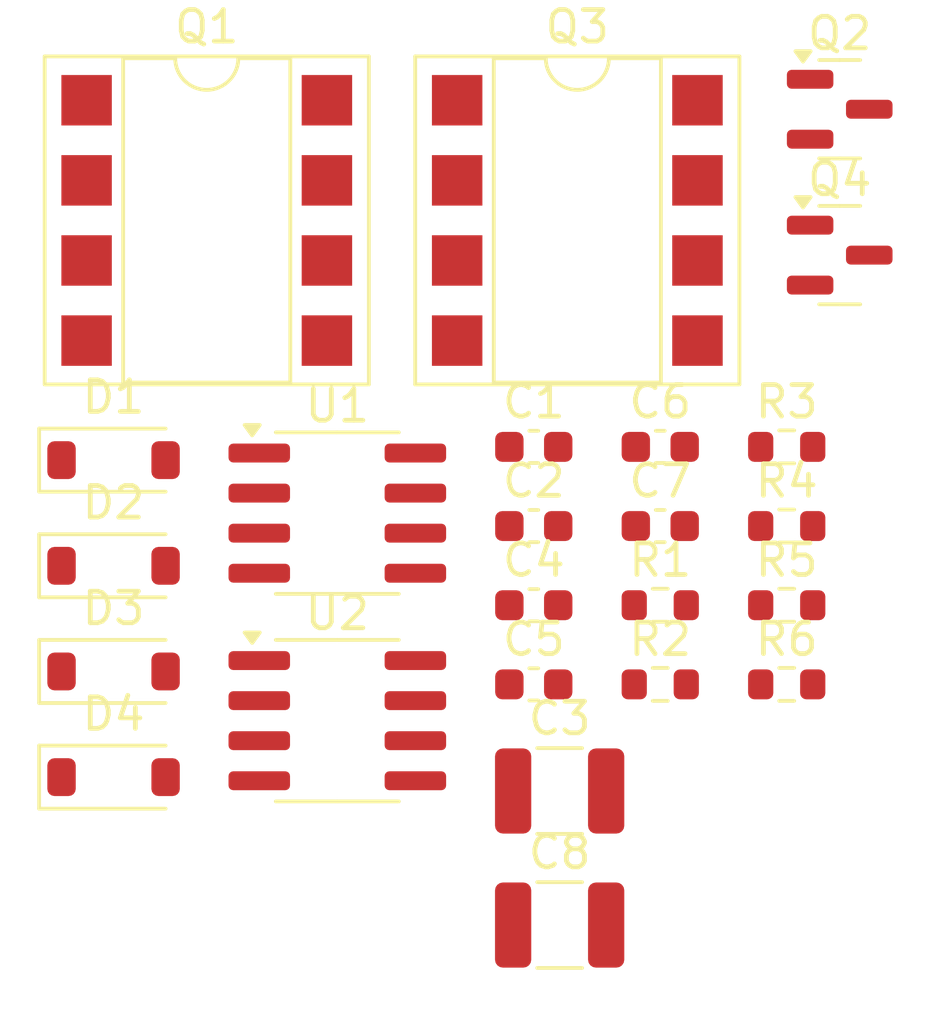
<source format=kicad_pcb>
(kicad_pcb (version 20240108) (generator "pcbnew") (generator_version "8.0")
  (layers (0 "F.Cu" signal) (31 "B.Cu" signal) (34 "B.Paste" user) (35 "F.Paste" user) (36 "B.SilkS" user "B.Silkscreen") (37 "F.SilkS" user "F.Silkscreen") (38 "B.Mask" user) (39 "F.Mask" user) (44 "Edge.Cuts" user))
  (net 0 "")
  (net 1 "Net-(D1-A)")
  (net 2 "Net-(D1-K)")
  (net 3 "Net-(D2-A)")
  (net 4 "Net-(D2-K)")
  (net 5 "Net-(Q1-S)")
  (net 6 "+5V")
  (net 7 "GND")
  (net 8 "Net-(U1-CV)")
  (net 9 "Net-(Q3-S)")
  (net 10 "Net-(U2-CV)")
  (net 11 "Net-(D3-A)")
  (net 12 "Net-(D3-K)")
  (net 13 "Net-(D4-A)")
  (net 14 "Net-(D4-K)")
  (net 15 "ctrl_fan0")
  (net 16 "en_fan0")
  (net 17 "fan0_pwm")
  (net 18 "Net-(Q2-D)")
  (net 19 "ctrl_fan1")
  (net 20 "Net-(Q4-D)")
  (net 21 "fan1_pwm")
  (net 22 "en_fan1")
  (footprint "Capacitor_SMD:C_1210_3225Metric" (layer "F.Cu") (at 137.475 114.63)
    (property "Reference" "C8" (at 0 -2.3 0) (layer "F.SilkS"))
    (property "Value" "2.2u")
    (fp_line (start -0.711252 -1.36) (end 0.711252 -1.36) (stroke (width 0.12)) (layer "F.SilkS"))
    (fp_line (start -0.711252 1.36) (end 0.711252 1.36) (stroke (width 0.12)) (layer "F.SilkS"))
    (pad "1" smd roundrect (at -1.475 0) (size 1.15 2.7) (layers "F.Cu" "F.Paste" "F.Mask") (roundrect_rratio 0.217391) (net 6 "+5V"))
    (pad "2" smd roundrect (at 1.475 0) (size 1.15 2.7) (layers "F.Cu" "F.Paste" "F.Mask") (roundrect_rratio 0.217391) (net 7 "GND"))
  )
  (footprint "Capacitor_SMD:C_0603_1608Metric" (layer "F.Cu") (at 140.665 99.47)
    (property "Reference" "C6" (at 0 -1.43 0) (layer "F.SilkS"))
    (property "Value" "100n")
    (fp_line (start -0.14058 -0.51) (end 0.14058 -0.51) (stroke (width 0.12)) (layer "F.SilkS"))
    (fp_line (start -0.14058 0.51) (end 0.14058 0.51) (stroke (width 0.12)) (layer "F.SilkS"))
    (pad "1" smd roundrect (at -0.775 0) (size 0.9 0.95) (layers "F.Cu" "F.Paste" "F.Mask") (net 10 "Net-(U2-CV)"))
    (pad "2" smd roundrect (at 0.775 0) (size 0.9 0.95) (layers "F.Cu" "F.Paste" "F.Mask") (net 7 "GND"))
  )
  (footprint "Resistor_SMD:R_0603_1608Metric" (layer "F.Cu") (at 140.665 107)
    (property "Reference" "R2" (at 0 -1.43 0) (layer "F.SilkS"))
    (property "Value" "1k")
    (fp_line (start -0.237258 -0.5225) (end 0.237258 -0.5225) (stroke (width 0.12)) (layer "F.SilkS"))
    (fp_line (start -0.237258 0.5225) (end 0.237258 0.5225) (stroke (width 0.12)) (layer "F.SilkS"))
    (pad "1" smd roundrect (at -0.825 0) (size 0.8 0.95) (layers "F.Cu" "F.Paste" "F.Mask") (net 3 "Net-(D2-A)"))
    (pad "2" smd roundrect (at 0.825 0) (size 0.8 0.95) (layers "F.Cu" "F.Paste" "F.Mask") (net 2 "Net-(D1-K)"))
  )
  (footprint "Package_SO:SOIC-8_3.9x4.9mm_P1.27mm" (layer "F.Cu") (at 130.425 108.15)
    (property "Reference" "U2" (at 0 -3.4 0) (layer "F.SilkS"))
    (property "Value" "NE555D")
    (fp_line (start 0 -2.56) (end -1.95 -2.56) (stroke (width 0.12)) (layer "F.SilkS"))
    (fp_line (start 0 -2.56) (end 1.95 -2.56) (stroke (width 0.12)) (layer "F.SilkS"))
    (fp_line (start 0 2.56) (end -1.95 2.56) (stroke (width 0.12)) (layer "F.SilkS"))
    (fp_line (start 0 2.56) (end 1.95 2.56) (stroke (width 0.12)) (layer "F.SilkS"))
    (fp_poly (pts (xy -2.7 -2.465) (xy -2.94 -2.795) (xy -2.46 -2.795) (xy -2.7 -2.465)) (stroke (width 0.12)) (fill solid) (layer "F.SilkS"))
    (pad "1" smd roundrect (at -2.475 -1.905) (size 1.95 0.6) (layers "F.Cu" "F.Paste" "F.Mask") (net 7 "GND"))
    (pad "2" smd roundrect (at -2.475 -0.635) (size 1.95 0.6) (layers "F.Cu" "F.Paste" "F.Mask") (net 9 "Net-(Q3-S)"))
    (pad "3" smd roundrect (at -2.475 0.635) (size 1.95 0.6) (layers "F.Cu" "F.Paste" "F.Mask") (net 20 "Net-(Q4-D)"))
    (pad "4" smd roundrect (at -2.475 1.905) (size 1.95 0.6) (layers "F.Cu" "F.Paste" "F.Mask") (net 6 "+5V"))
    (pad "5" smd roundrect (at 2.475 1.905) (size 1.95 0.6) (layers "F.Cu" "F.Paste" "F.Mask") (net 10 "Net-(U2-CV)"))
    (pad "6" smd roundrect (at 2.475 0.635) (size 1.95 0.6) (layers "F.Cu" "F.Paste" "F.Mask") (net 9 "Net-(Q3-S)"))
    (pad "7" smd roundrect (at 2.475 -0.635) (size 1.95 0.6) (layers "F.Cu" "F.Paste" "F.Mask") (net 11 "Net-(D3-A)"))
    (pad "8" smd roundrect (at 2.475 -1.905) (size 1.95 0.6) (layers "F.Cu" "F.Paste" "F.Mask") (net 6 "+5V"))
  )
  (footprint "Capacitor_SMD:C_0603_1608Metric" (layer "F.Cu") (at 136.655 99.47)
    (property "Reference" "C1" (at 0 -1.43 0) (layer "F.SilkS"))
    (property "Value" "100n")
    (fp_line (start -0.14058 -0.51) (end 0.14058 -0.51) (stroke (width 0.12)) (layer "F.SilkS"))
    (fp_line (start -0.14058 0.51) (end 0.14058 0.51) (stroke (width 0.12)) (layer "F.SilkS"))
    (pad "1" smd roundrect (at -0.775 0) (size 0.9 0.95) (layers "F.Cu" "F.Paste" "F.Mask") (net 6 "+5V"))
    (pad "2" smd roundrect (at 0.775 0) (size 0.9 0.95) (layers "F.Cu" "F.Paste" "F.Mask") (net 7 "GND"))
  )
  (footprint "Resistor_SMD:R_0603_1608Metric" (layer "F.Cu") (at 144.675 101.98)
    (property "Reference" "R4" (at 0 -1.43 0) (layer "F.SilkS"))
    (property "Value" "1k")
    (fp_line (start -0.237258 -0.5225) (end 0.237258 -0.5225) (stroke (width 0.12)) (layer "F.SilkS"))
    (fp_line (start -0.237258 0.5225) (end 0.237258 0.5225) (stroke (width 0.12)) (layer "F.SilkS"))
    (pad "1" smd roundrect (at -0.825 0) (size 0.8 0.95) (layers "F.Cu" "F.Paste" "F.Mask") (net 6 "+5V"))
    (pad "2" smd roundrect (at 0.825 0) (size 0.8 0.95) (layers "F.Cu" "F.Paste" "F.Mask") (net 11 "Net-(D3-A)"))
  )
  (footprint "Package_TO_SOT_SMD:SOT-23" (layer "F.Cu") (at 146.355 93.39)
    (property "Reference" "Q4" (at 0 -2.4 0) (layer "F.SilkS"))
    (property "Value" "BSS138")
    (fp_line (start 0 -1.56) (end -0.65 -1.56) (stroke (width 0.12)) (layer "F.SilkS"))
    (fp_line (start 0 -1.56) (end 0.65 -1.56) (stroke (width 0.12)) (layer "F.SilkS"))
    (fp_line (start 0 1.56) (end -0.65 1.56) (stroke (width 0.12)) (layer "F.SilkS"))
    (fp_line (start 0 1.56) (end 0.65 1.56) (stroke (width 0.12)) (layer "F.SilkS"))
    (fp_poly (pts (xy -1.1625 -1.51) (xy -1.4025 -1.84) (xy -0.9225 -1.84) (xy -1.1625 -1.51)) (stroke (width 0.12)) (fill solid) (layer "F.SilkS"))
    (pad "1" smd roundrect (at -0.9375 -0.95) (size 1.475 0.6) (layers "F.Cu" "F.Paste" "F.Mask") (net 22 "en_fan1"))
    (pad "2" smd roundrect (at -0.9375 0.95) (size 1.475 0.6) (layers "F.Cu" "F.Paste" "F.Mask") (net 21 "fan1_pwm"))
    (pad "3" smd roundrect (at 0.9375 0) (size 1.475 0.6) (layers "F.Cu" "F.Paste" "F.Mask") (net 20 "Net-(Q4-D)"))
  )
  (footprint "Capacitor_SMD:C_0603_1608Metric" (layer "F.Cu") (at 140.665 101.98)
    (property "Reference" "C7" (at 0 -1.43 0) (layer "F.SilkS"))
    (property "Value" "100n")
    (fp_line (start -0.14058 -0.51) (end 0.14058 -0.51) (stroke (width 0.12)) (layer "F.SilkS"))
    (fp_line (start -0.14058 0.51) (end 0.14058 0.51) (stroke (width 0.12)) (layer "F.SilkS"))
    (pad "1" smd roundrect (at -0.775 0) (size 0.9 0.95) (layers "F.Cu" "F.Paste" "F.Mask") (net 6 "+5V"))
    (pad "2" smd roundrect (at 0.775 0) (size 0.9 0.95) (layers "F.Cu" "F.Paste" "F.Mask") (net 7 "GND"))
  )
  (footprint "Package_DIP:DIP-8_W7.62mm_SMDSocket_SmallPads" (layer "F.Cu") (at 138.035 92.29)
    (property "Reference" "Q3" (at 0 -6.14 0) (layer "F.SilkS"))
    (property "Value" "2N3819")
    (fp_line (start -5.14 -5.2) (end -5.14 5.2) (stroke (width 0.12)) (layer "F.SilkS"))
    (fp_line (start -5.14 5.2) (end 5.14 5.2) (stroke (width 0.12)) (layer "F.SilkS"))
    (fp_line (start -2.65 -5.14) (end -2.65 5.14) (stroke (width 0.12)) (layer "F.SilkS"))
    (fp_line (start -2.65 5.14) (end 2.65 5.14) (stroke (width 0.12)) (layer "F.SilkS"))
    (fp_line (start -1 -5.14) (end -2.65 -5.14) (stroke (width 0.12)) (layer "F.SilkS"))
    (fp_line (start 2.65 -5.14) (end 1 -5.14) (stroke (width 0.12)) (layer "F.SilkS"))
    (fp_line (start 2.65 5.14) (end 2.65 -5.14) (stroke (width 0.12)) (layer "F.SilkS"))
    (fp_line (start 5.14 -5.2) (end -5.14 -5.2) (stroke (width 0.12)) (layer "F.SilkS"))
    (fp_line (start 5.14 5.2) (end 5.14 -5.2) (stroke (width 0.12)) (layer "F.SilkS"))
    (fp_arc (start 1 -5.14) (mid 0 -4.14) (end -1 -5.14) (stroke (width 0.12)) (layer "F.SilkS"))
    (pad "1" smd rect (at -3.81 -3.81) (size 1.6 1.6) (layers "F.Cu" "F.Paste" "F.Mask") (net 12 "Net-(D3-K)"))
    (pad "2" smd rect (at -3.81 -1.27) (size 1.6 1.6) (layers "F.Cu" "F.Paste" "F.Mask") (net 19 "ctrl_fan1"))
    (pad "3" smd rect (at -3.81 1.27) (size 1.6 1.6) (layers "F.Cu" "F.Paste" "F.Mask") (net 9 "Net-(Q3-S)"))
    (pad "4" smd rect (at -3.81 3.81) (size 1.6 1.6) (layers "F.Cu" "F.Paste" "F.Mask"))
    (pad "5" smd rect (at 3.81 3.81) (size 1.6 1.6) (layers "F.Cu" "F.Paste" "F.Mask"))
    (pad "6" smd rect (at 3.81 1.27) (size 1.6 1.6) (layers "F.Cu" "F.Paste" "F.Mask"))
    (pad "7" smd rect (at 3.81 -1.27) (size 1.6 1.6) (layers "F.Cu" "F.Paste" "F.Mask"))
    (pad "8" smd rect (at 3.81 -3.81) (size 1.6 1.6) (layers "F.Cu" "F.Paste" "F.Mask"))
  )
  (footprint "Diode_SMD:D_SOD-123" (layer "F.Cu") (at 123.33 99.89)
    (property "Reference" "D1" (at 0 -2 0) (layer "F.SilkS"))
    (property "Value" "1N4148W")
    (fp_line (start -2.36 -1) (end -2.36 1) (stroke (width 0.12)) (layer "F.SilkS"))
    (fp_line (start -2.36 -1) (end 1.65 -1) (stroke (width 0.12)) (layer "F.SilkS"))
    (fp_line (start -2.36 1) (end 1.65 1) (stroke (width 0.12)) (layer "F.SilkS"))
    (pad "1" smd roundrect (at -1.65 0) (size 0.9 1.2) (layers "F.Cu" "F.Paste" "F.Mask") (net 2 "Net-(D1-K)"))
    (pad "2" smd roundrect (at 1.65 0) (size 0.9 1.2) (layers "F.Cu" "F.Paste" "F.Mask") (net 1 "Net-(D1-A)"))
  )
  (footprint "Resistor_SMD:R_0603_1608Metric" (layer "F.Cu") (at 144.675 107)
    (property "Reference" "R6" (at 0 -1.43 0) (layer "F.SilkS"))
    (property "Value" "1k")
    (fp_line (start -0.237258 -0.5225) (end 0.237258 -0.5225) (stroke (width 0.12)) (layer "F.SilkS"))
    (fp_line (start -0.237258 0.5225) (end 0.237258 0.5225) (stroke (width 0.12)) (layer "F.SilkS"))
    (pad "1" smd roundrect (at -0.825 0) (size 0.8 0.95) (layers "F.Cu" "F.Paste" "F.Mask") (net 11 "Net-(D3-A)"))
    (pad "2" smd roundrect (at 0.825 0) (size 0.8 0.95) (layers "F.Cu" "F.Paste" "F.Mask") (net 14 "Net-(D4-K)"))
  )
  (footprint "Capacitor_SMD:C_0603_1608Metric" (layer "F.Cu") (at 136.655 104.49)
    (property "Reference" "C4" (at 0 -1.43 0) (layer "F.SilkS"))
    (property "Value" "100n")
    (fp_line (start -0.14058 -0.51) (end 0.14058 -0.51) (stroke (width 0.12)) (layer "F.SilkS"))
    (fp_line (start -0.14058 0.51) (end 0.14058 0.51) (stroke (width 0.12)) (layer "F.SilkS"))
    (pad "1" smd roundrect (at -0.775 0) (size 0.9 0.95) (layers "F.Cu" "F.Paste" "F.Mask") (net 8 "Net-(U1-CV)"))
    (pad "2" smd roundrect (at 0.775 0) (size 0.9 0.95) (layers "F.Cu" "F.Paste" "F.Mask") (net 7 "GND"))
  )
  (footprint "Capacitor_SMD:C_0603_1608Metric" (layer "F.Cu") (at 136.655 101.98)
    (property "Reference" "C2" (at 0 -1.43 0) (layer "F.SilkS"))
    (property "Value" "100n")
    (fp_line (start -0.14058 -0.51) (end 0.14058 -0.51) (stroke (width 0.12)) (layer "F.SilkS"))
    (fp_line (start -0.14058 0.51) (end 0.14058 0.51) (stroke (width 0.12)) (layer "F.SilkS"))
    (pad "1" smd roundrect (at -0.775 0) (size 0.9 0.95) (layers "F.Cu" "F.Paste" "F.Mask") (net 5 "Net-(Q1-S)"))
    (pad "2" smd roundrect (at 0.775 0) (size 0.9 0.95) (layers "F.Cu" "F.Paste" "F.Mask") (net 7 "GND"))
  )
  (footprint "Diode_SMD:D_SOD-123" (layer "F.Cu") (at 123.33 106.59)
    (property "Reference" "D3" (at 0 -2 0) (layer "F.SilkS"))
    (property "Value" "1N4148W")
    (fp_line (start -2.36 -1) (end -2.36 1) (stroke (width 0.12)) (layer "F.SilkS"))
    (fp_line (start -2.36 -1) (end 1.65 -1) (stroke (width 0.12)) (layer "F.SilkS"))
    (fp_line (start -2.36 1) (end 1.65 1) (stroke (width 0.12)) (layer "F.SilkS"))
    (pad "1" smd roundrect (at -1.65 0) (size 0.9 1.2) (layers "F.Cu" "F.Paste" "F.Mask") (net 12 "Net-(D3-K)"))
    (pad "2" smd roundrect (at 1.65 0) (size 0.9 1.2) (layers "F.Cu" "F.Paste" "F.Mask") (net 11 "Net-(D3-A)"))
  )
  (footprint "Capacitor_SMD:C_1210_3225Metric" (layer "F.Cu") (at 137.475 110.38)
    (property "Reference" "C3" (at 0 -2.3 0) (layer "F.SilkS"))
    (property "Value" "2.2u")
    (fp_line (start -0.711252 -1.36) (end 0.711252 -1.36) (stroke (width 0.12)) (layer "F.SilkS"))
    (fp_line (start -0.711252 1.36) (end 0.711252 1.36) (stroke (width 0.12)) (layer "F.SilkS"))
    (pad "1" smd roundrect (at -1.475 0) (size 1.15 2.7) (layers "F.Cu" "F.Paste" "F.Mask") (roundrect_rratio 0.217391) (net 6 "+5V"))
    (pad "2" smd roundrect (at 1.475 0) (size 1.15 2.7) (layers "F.Cu" "F.Paste" "F.Mask") (roundrect_rratio 0.217391) (net 7 "GND"))
  )
  (footprint "Resistor_SMD:R_0603_1608Metric" (layer "F.Cu") (at 144.675 104.49)
    (property "Reference" "R5" (at 0 -1.43 0) (layer "F.SilkS"))
    (property "Value" "5k7")
    (fp_line (start -0.237258 -0.5225) (end 0.237258 -0.5225) (stroke (width 0.12)) (layer "F.SilkS"))
    (fp_line (start -0.237258 0.5225) (end 0.237258 0.5225) (stroke (width 0.12)) (layer "F.SilkS"))
    (pad "1" smd roundrect (at -0.825 0) (size 0.8 0.95) (layers "F.Cu" "F.Paste" "F.Mask") (net 9 "Net-(Q3-S)"))
    (pad "2" smd roundrect (at 0.825 0) (size 0.8 0.95) (layers "F.Cu" "F.Paste" "F.Mask") (net 13 "Net-(D4-A)"))
  )
  (footprint "Resistor_SMD:R_0603_1608Metric" (layer "F.Cu") (at 144.675 99.47)
    (property "Reference" "R3" (at 0 -1.43 0) (layer "F.SilkS"))
    (property "Value" "5k7")
    (fp_line (start -0.237258 -0.5225) (end 0.237258 -0.5225) (stroke (width 0.12)) (layer "F.SilkS"))
    (fp_line (start -0.237258 0.5225) (end 0.237258 0.5225) (stroke (width 0.12)) (layer "F.SilkS"))
    (pad "1" smd roundrect (at -0.825 0) (size 0.8 0.95) (layers "F.Cu" "F.Paste" "F.Mask") (net 5 "Net-(Q1-S)"))
    (pad "2" smd roundrect (at 0.825 0) (size 0.8 0.95) (layers "F.Cu" "F.Paste" "F.Mask") (net 1 "Net-(D1-A)"))
  )
  (footprint "Capacitor_SMD:C_0603_1608Metric" (layer "F.Cu") (at 136.655 107)
    (property "Reference" "C5" (at 0 -1.43 0) (layer "F.SilkS"))
    (property "Value" "100n")
    (fp_line (start -0.14058 -0.51) (end 0.14058 -0.51) (stroke (width 0.12)) (layer "F.SilkS"))
    (fp_line (start -0.14058 0.51) (end 0.14058 0.51) (stroke (width 0.12)) (layer "F.SilkS"))
    (pad "1" smd roundrect (at -0.775 0) (size 0.9 0.95) (layers "F.Cu" "F.Paste" "F.Mask") (net 9 "Net-(Q3-S)"))
    (pad "2" smd roundrect (at 0.775 0) (size 0.9 0.95) (layers "F.Cu" "F.Paste" "F.Mask") (net 7 "GND"))
  )
  (footprint "Resistor_SMD:R_0603_1608Metric" (layer "F.Cu") (at 140.665 104.49)
    (property "Reference" "R1" (at 0 -1.43 0) (layer "F.SilkS"))
    (property "Value" "1k")
    (fp_line (start -0.237258 -0.5225) (end 0.237258 -0.5225) (stroke (width 0.12)) (layer "F.SilkS"))
    (fp_line (start -0.237258 0.5225) (end 0.237258 0.5225) (stroke (width 0.12)) (layer "F.SilkS"))
    (pad "1" smd roundrect (at -0.825 0) (size 0.8 0.95) (layers "F.Cu" "F.Paste" "F.Mask") (net 6 "+5V"))
    (pad "2" smd roundrect (at 0.825 0) (size 0.8 0.95) (layers "F.Cu" "F.Paste" "F.Mask") (net 3 "Net-(D2-A)"))
  )
  (footprint "Diode_SMD:D_SOD-123" (layer "F.Cu") (at 123.33 109.94)
    (property "Reference" "D4" (at 0 -2 0) (layer "F.SilkS"))
    (property "Value" "1N4148W")
    (fp_line (start -2.36 -1) (end -2.36 1) (stroke (width 0.12)) (layer "F.SilkS"))
    (fp_line (start -2.36 -1) (end 1.65 -1) (stroke (width 0.12)) (layer "F.SilkS"))
    (fp_line (start -2.36 1) (end 1.65 1) (stroke (width 0.12)) (layer "F.SilkS"))
    (pad "1" smd roundrect (at -1.65 0) (size 0.9 1.2) (layers "F.Cu" "F.Paste" "F.Mask") (net 14 "Net-(D4-K)"))
    (pad "2" smd roundrect (at 1.65 0) (size 0.9 1.2) (layers "F.Cu" "F.Paste" "F.Mask") (net 13 "Net-(D4-A)"))
  )
  (footprint "Package_SO:SOIC-8_3.9x4.9mm_P1.27mm" (layer "F.Cu") (at 130.425 101.57)
    (property "Reference" "U1" (at 0 -3.4 0) (layer "F.SilkS"))
    (property "Value" "NE555D")
    (fp_line (start 0 -2.56) (end -1.95 -2.56) (stroke (width 0.12)) (layer "F.SilkS"))
    (fp_line (start 0 -2.56) (end 1.95 -2.56) (stroke (width 0.12)) (layer "F.SilkS"))
    (fp_line (start 0 2.56) (end -1.95 2.56) (stroke (width 0.12)) (layer "F.SilkS"))
    (fp_line (start 0 2.56) (end 1.95 2.56) (stroke (width 0.12)) (layer "F.SilkS"))
    (fp_poly (pts (xy -2.7 -2.465) (xy -2.94 -2.795) (xy -2.46 -2.795) (xy -2.7 -2.465)) (stroke (width 0.12)) (fill solid) (layer "F.SilkS"))
    (pad "1" smd roundrect (at -2.475 -1.905) (size 1.95 0.6) (layers "F.Cu" "F.Paste" "F.Mask") (net 7 "GND"))
    (pad "2" smd roundrect (at -2.475 -0.635) (size 1.95 0.6) (layers "F.Cu" "F.Paste" "F.Mask") (net 5 "Net-(Q1-S)"))
    (pad "3" smd roundrect (at -2.475 0.635) (size 1.95 0.6) (layers "F.Cu" "F.Paste" "F.Mask") (net 18 "Net-(Q2-D)"))
    (pad "4" smd roundrect (at -2.475 1.905) (size 1.95 0.6) (layers "F.Cu" "F.Paste" "F.Mask") (net 6 "+5V"))
    (pad "5" smd roundrect (at 2.475 1.905) (size 1.95 0.6) (layers "F.Cu" "F.Paste" "F.Mask") (net 8 "Net-(U1-CV)"))
    (pad "6" smd roundrect (at 2.475 0.635) (size 1.95 0.6) (layers "F.Cu" "F.Paste" "F.Mask") (net 5 "Net-(Q1-S)"))
    (pad "7" smd roundrect (at 2.475 -0.635) (size 1.95 0.6) (layers "F.Cu" "F.Paste" "F.Mask") (net 3 "Net-(D2-A)"))
    (pad "8" smd roundrect (at 2.475 -1.905) (size 1.95 0.6) (layers "F.Cu" "F.Paste" "F.Mask") (net 6 "+5V"))
  )
  (footprint "Package_DIP:DIP-8_W7.62mm_SMDSocket_SmallPads" (layer "F.Cu") (at 126.285 92.29)
    (property "Reference" "Q1" (at 0 -6.14 0) (layer "F.SilkS"))
    (property "Value" "2N3819")
    (fp_line (start -5.14 -5.2) (end -5.14 5.2) (stroke (width 0.12)) (layer "F.SilkS"))
    (fp_line (start -5.14 5.2) (end 5.14 5.2) (stroke (width 0.12)) (layer "F.SilkS"))
    (fp_line (start -2.65 -5.14) (end -2.65 5.14) (stroke (width 0.12)) (layer "F.SilkS"))
    (fp_line (start -2.65 5.14) (end 2.65 5.14) (stroke (width 0.12)) (layer "F.SilkS"))
    (fp_line (start -1 -5.14) (end -2.65 -5.14) (stroke (width 0.12)) (layer "F.SilkS"))
    (fp_line (start 2.65 -5.14) (end 1 -5.14) (stroke (width 0.12)) (layer "F.SilkS"))
    (fp_line (start 2.65 5.14) (end 2.65 -5.14) (stroke (width 0.12)) (layer "F.SilkS"))
    (fp_line (start 5.14 -5.2) (end -5.14 -5.2) (stroke (width 0.12)) (layer "F.SilkS"))
    (fp_line (start 5.14 5.2) (end 5.14 -5.2) (stroke (width 0.12)) (layer "F.SilkS"))
    (fp_arc (start 1 -5.14) (mid 0 -4.14) (end -1 -5.14) (stroke (width 0.12)) (layer "F.SilkS"))
    (pad "1" smd rect (at -3.81 -3.81) (size 1.6 1.6) (layers "F.Cu" "F.Paste" "F.Mask") (net 4 "Net-(D2-K)"))
    (pad "2" smd rect (at -3.81 -1.27) (size 1.6 1.6) (layers "F.Cu" "F.Paste" "F.Mask") (net 15 "ctrl_fan0"))
    (pad "3" smd rect (at -3.81 1.27) (size 1.6 1.6) (layers "F.Cu" "F.Paste" "F.Mask") (net 5 "Net-(Q1-S)"))
    (pad "4" smd rect (at -3.81 3.81) (size 1.6 1.6) (layers "F.Cu" "F.Paste" "F.Mask"))
    (pad "5" smd rect (at 3.81 3.81) (size 1.6 1.6) (layers "F.Cu" "F.Paste" "F.Mask"))
    (pad "6" smd rect (at 3.81 1.27) (size 1.6 1.6) (layers "F.Cu" "F.Paste" "F.Mask"))
    (pad "7" smd rect (at 3.81 -1.27) (size 1.6 1.6) (layers "F.Cu" "F.Paste" "F.Mask"))
    (pad "8" smd rect (at 3.81 -3.81) (size 1.6 1.6) (layers "F.Cu" "F.Paste" "F.Mask"))
  )
  (footprint "Package_TO_SOT_SMD:SOT-23" (layer "F.Cu") (at 146.355 88.765)
    (property "Reference" "Q2" (at 0 -2.4 0) (layer "F.SilkS"))
    (property "Value" "BSS138")
    (fp_line (start 0 -1.56) (end -0.65 -1.56) (stroke (width 0.12)) (layer "F.SilkS"))
    (fp_line (start 0 -1.56) (end 0.65 -1.56) (stroke (width 0.12)) (layer "F.SilkS"))
    (fp_line (start 0 1.56) (end -0.65 1.56) (stroke (width 0.12)) (layer "F.SilkS"))
    (fp_line (start 0 1.56) (end 0.65 1.56) (stroke (width 0.12)) (layer "F.SilkS"))
    (fp_poly (pts (xy -1.1625 -1.51) (xy -1.4025 -1.84) (xy -0.9225 -1.84) (xy -1.1625 -1.51)) (stroke (width 0.12)) (fill solid) (layer "F.SilkS"))
    (pad "1" smd roundrect (at -0.9375 -0.95) (size 1.475 0.6) (layers "F.Cu" "F.Paste" "F.Mask") (net 16 "en_fan0"))
    (pad "2" smd roundrect (at -0.9375 0.95) (size 1.475 0.6) (layers "F.Cu" "F.Paste" "F.Mask") (net 17 "fan0_pwm"))
    (pad "3" smd roundrect (at 0.9375 0) (size 1.475 0.6) (layers "F.Cu" "F.Paste" "F.Mask") (net 18 "Net-(Q2-D)"))
  )
  (footprint "Diode_SMD:D_SOD-123" (layer "F.Cu") (at 123.33 103.24)
    (property "Reference" "D2" (at 0 -2 0) (layer "F.SilkS"))
    (property "Value" "1N4148W")
    (fp_line (start -2.36 -1) (end -2.36 1) (stroke (width 0.12)) (layer "F.SilkS"))
    (fp_line (start -2.36 -1) (end 1.65 -1) (stroke (width 0.12)) (layer "F.SilkS"))
    (fp_line (start -2.36 1) (end 1.65 1) (stroke (width 0.12)) (layer "F.SilkS"))
    (pad "1" smd roundrect (at -1.65 0) (size 0.9 1.2) (layers "F.Cu" "F.Paste" "F.Mask") (net 4 "Net-(D2-K)"))
    (pad "2" smd roundrect (at 1.65 0) (size 0.9 1.2) (layers "F.Cu" "F.Paste" "F.Mask") (net 3 "Net-(D2-A)"))
  )
)
</source>
